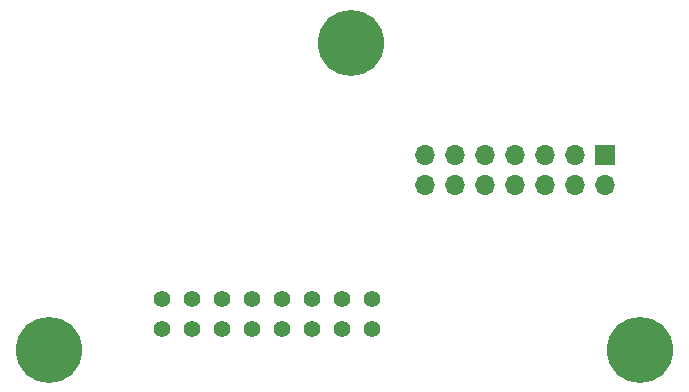
<source format=gts>
G04 #@! TF.GenerationSoftware,KiCad,Pcbnew,7.0.8-7.0.8~ubuntu22.04.1*
G04 #@! TF.CreationDate,2024-01-26T15:51:07+01:00*
G04 #@! TF.ProjectId,rail,7261696c-2e6b-4696-9361-645f70636258,rev?*
G04 #@! TF.SameCoordinates,Original*
G04 #@! TF.FileFunction,Soldermask,Top*
G04 #@! TF.FilePolarity,Negative*
%FSLAX46Y46*%
G04 Gerber Fmt 4.6, Leading zero omitted, Abs format (unit mm)*
G04 Created by KiCad (PCBNEW 7.0.8-7.0.8~ubuntu22.04.1) date 2024-01-26 15:51:07*
%MOMM*%
%LPD*%
G01*
G04 APERTURE LIST*
%ADD10C,3.600000*%
%ADD11C,5.600000*%
%ADD12C,1.397000*%
%ADD13R,1.700000X1.700000*%
%ADD14O,1.700000X1.700000*%
G04 APERTURE END LIST*
D10*
X107850000Y-50700000D03*
D11*
X107850000Y-50700000D03*
D12*
X109630000Y-72400000D03*
X107090000Y-72400000D03*
X104550000Y-72400000D03*
X102010000Y-72400000D03*
X99470000Y-72400000D03*
X96930000Y-72400000D03*
X94390000Y-72400000D03*
X91850000Y-72400000D03*
X109630000Y-74940000D03*
X107090000Y-74940000D03*
X104550000Y-74940000D03*
X102010000Y-74940000D03*
X99470000Y-74940000D03*
X96930000Y-74940000D03*
X94390000Y-74940000D03*
X91850000Y-74940000D03*
D10*
X132350000Y-76700000D03*
D11*
X132350000Y-76700000D03*
D10*
X82350000Y-76700000D03*
D11*
X82350000Y-76700000D03*
D13*
X129390000Y-60260000D03*
D14*
X129390000Y-62800000D03*
X126850000Y-60260000D03*
X126850000Y-62800000D03*
X124310000Y-60260000D03*
X124310000Y-62800000D03*
X121770000Y-60260000D03*
X121770000Y-62800000D03*
X119230000Y-60260000D03*
X119230000Y-62800000D03*
X116690000Y-60260000D03*
X116690000Y-62800000D03*
X114150000Y-60260000D03*
X114150000Y-62800000D03*
M02*

</source>
